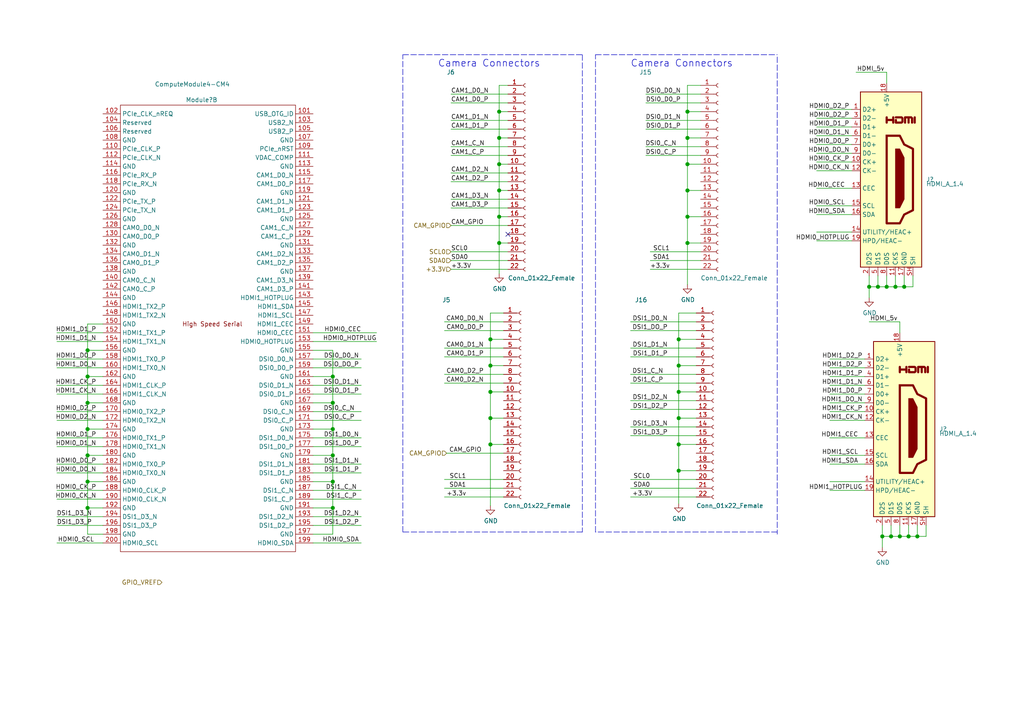
<source format=kicad_sch>
(kicad_sch (version 20201015) (generator eeschema)
  (page 1 4)
  (paper "A4")
  (lib_symbols
    (symbol "Connector:Conn_01x22_Female" (pin_names hide)
      (property "Reference" "J" (at 0 27.94 0))
      (property "Value" "Conn_01x22_Female" (at 0 -30.48 0))
      (symbol "Conn_01x22_Female_1_1"
        (arc (start 0 -27.432) (end 0 -28.448) (radius (at 0 -27.94) (length 0.508) (angles 90.1 -90.1)))
        (arc (start 0 -24.892) (end 0 -25.908) (radius (at 0 -25.4) (length 0.508) (angles 90.1 -90.1)))
        (arc (start 0 -22.352) (end 0 -23.368) (radius (at 0 -22.86) (length 0.508) (angles 90.1 -90.1)))
        (arc (start 0 -19.812) (end 0 -20.828) (radius (at 0 -20.32) (length 0.508) (angles 90.1 -90.1)))
        (arc (start 0 -17.272) (end 0 -18.288) (radius (at 0 -17.78) (length 0.508) (angles 90.1 -90.1)))
        (arc (start 0 -14.732) (end 0 -15.748) (radius (at 0 -15.24) (length 0.508) (angles 90.1 -90.1)))
        (arc (start 0 -12.192) (end 0 -13.208) (radius (at 0 -12.7) (length 0.508) (angles 90.1 -90.1)))
        (arc (start 0 -9.652) (end 0 -10.668) (radius (at 0 -10.16) (length 0.508) (angles 90.1 -90.1)))
        (arc (start 0 -7.112) (end 0 -8.128) (radius (at 0 -7.62) (length 0.508) (angles 90.1 -90.1)))
        (arc (start 0 -4.572) (end 0 -5.588) (radius (at 0 -5.08) (length 0.508) (angles 90.1 -90.1)))
        (arc (start 0 -2.032) (end 0 -3.048) (radius (at 0 -2.54) (length 0.508) (angles 90.1 -90.1)))
        (arc (start 0 0.508) (end 0 -0.508) (radius (at 0 0) (length 0.508) (angles 90.1 -90.1)))
        (arc (start 0 3.048) (end 0 2.032) (radius (at 0 2.54) (length 0.508) (angles 90.1 -90.1)))
        (arc (start 0 5.588) (end 0 4.572) (radius (at 0 5.08) (length 0.508) (angles 90.1 -90.1)))
        (arc (start 0 8.128) (end 0 7.112) (radius (at 0 7.62) (length 0.508) (angles 90.1 -90.1)))
        (arc (start 0 10.668) (end 0 9.652) (radius (at 0 10.16) (length 0.508) (angles 90.1 -90.1)))
        (arc (start 0 13.208) (end 0 12.192) (radius (at 0 12.7) (length 0.508) (angles 90.1 -90.1)))
        (arc (start 0 15.748) (end 0 14.732) (radius (at 0 15.24) (length 0.508) (angles 90.1 -90.1)))
        (arc (start 0 18.288) (end 0 17.272) (radius (at 0 17.78) (length 0.508) (angles 90.1 -90.1)))
        (arc (start 0 20.828) (end 0 19.812) (radius (at 0 20.32) (length 0.508) (angles 90.1 -90.1)))
        (arc (start 0 23.368) (end 0 22.352) (radius (at 0 22.86) (length 0.508) (angles 90.1 -90.1)))
        (arc (start 0 25.908) (end 0 24.892) (radius (at 0 25.4) (length 0.508) (angles 90.1 -90.1)))
        (polyline (pts (xy -1.27 -27.94) (xy -0.508 -27.94)))
        (polyline (pts (xy -1.27 -25.4) (xy -0.508 -25.4)))
        (polyline (pts (xy -1.27 -22.86) (xy -0.508 -22.86)))
        (polyline (pts (xy -1.27 -20.32) (xy -0.508 -20.32)))
        (polyline (pts (xy -1.27 -17.78) (xy -0.508 -17.78)))
        (polyline (pts (xy -1.27 -15.24) (xy -0.508 -15.24)))
        (polyline (pts (xy -1.27 -12.7) (xy -0.508 -12.7)))
        (polyline (pts (xy -1.27 -10.16) (xy -0.508 -10.16)))
        (polyline (pts (xy -1.27 -7.62) (xy -0.508 -7.62)))
        (polyline (pts (xy -1.27 -5.08) (xy -0.508 -5.08)))
        (polyline (pts (xy -1.27 -2.54) (xy -0.508 -2.54)))
        (polyline (pts (xy -1.27 0) (xy -0.508 0)))
        (polyline (pts (xy -1.27 2.54) (xy -0.508 2.54)))
        (polyline (pts (xy -1.27 5.08) (xy -0.508 5.08)))
        (polyline (pts (xy -1.27 7.62) (xy -0.508 7.62)))
        (polyline (pts (xy -1.27 10.16) (xy -0.508 10.16)))
        (polyline (pts (xy -1.27 12.7) (xy -0.508 12.7)))
        (polyline (pts (xy -1.27 15.24) (xy -0.508 15.24)))
        (polyline (pts (xy -1.27 17.78) (xy -0.508 17.78)))
        (polyline (pts (xy -1.27 20.32) (xy -0.508 20.32)))
        (polyline (pts (xy -1.27 22.86) (xy -0.508 22.86)))
        (polyline (pts (xy -1.27 25.4) (xy -0.508 25.4)))
        (pin passive line (at -5.08 25.4 0) (length 3.81) (name "Pin_1") (number "1"))
        (pin passive line (at -5.08 2.54 0) (length 3.81) (name "Pin_10") (number "10"))
        (pin passive line (at -5.08 0 0) (length 3.81) (name "Pin_11") (number "11"))
        (pin passive line (at -5.08 -2.54 0) (length 3.81) (name "Pin_12") (number "12"))
        (pin passive line (at -5.08 -5.08 0) (length 3.81) (name "Pin_13") (number "13"))
        (pin passive line (at -5.08 -7.62 0) (length 3.81) (name "Pin_14") (number "14"))
        (pin passive line (at -5.08 -10.16 0) (length 3.81) (name "Pin_15") (number "15"))
        (pin passive line (at -5.08 -12.7 0) (length 3.81) (name "Pin_16") (number "16"))
        (pin passive line (at -5.08 -15.24 0) (length 3.81) (name "Pin_17") (number "17"))
        (pin passive line (at -5.08 -17.78 0) (length 3.81) (name "Pin_18") (number "18"))
        (pin passive line (at -5.08 -20.32 0) (length 3.81) (name "Pin_19") (number "19"))
        (pin passive line (at -5.08 22.86 0) (length 3.81) (name "Pin_2") (number "2"))
        (pin passive line (at -5.08 -22.86 0) (length 3.81) (name "Pin_20") (number "20"))
        (pin passive line (at -5.08 -25.4 0) (length 3.81) (name "Pin_21") (number "21"))
        (pin passive line (at -5.08 -27.94 0) (length 3.81) (name "Pin_22") (number "22"))
        (pin passive line (at -5.08 20.32 0) (length 3.81) (name "Pin_3") (number "3"))
        (pin passive line (at -5.08 17.78 0) (length 3.81) (name "Pin_4") (number "4"))
        (pin passive line (at -5.08 15.24 0) (length 3.81) (name "Pin_5") (number "5"))
        (pin passive line (at -5.08 12.7 0) (length 3.81) (name "Pin_6") (number "6"))
        (pin passive line (at -5.08 10.16 0) (length 3.81) (name "Pin_7") (number "7"))
        (pin passive line (at -5.08 7.62 0) (length 3.81) (name "Pin_8") (number "8"))
        (pin passive line (at -5.08 5.08 0) (length 3.81) (name "Pin_9") (number "9"))
      )
    )
    (symbol "Connector:HDMI_A_1.4"
      (property "Reference" "J" (at -6.35 26.67 0))
      (property "Value" "HDMI_A_1.4" (at 10.16 26.67 0))
      (symbol "HDMI_A_1.4_0_1"
        (rectangle (start -7.62 25.4) (end 10.16 -25.4) (stroke (width 0.254)) (fill (type background)))
        (polyline (pts (xy 2.54 8.89) (xy 3.81 8.89) (xy 5.08 6.35) (xy 5.08 -5.715) (xy 3.81 -8.255) (xy 2.54 -8.255) (xy 2.54 8.89)) (fill (type outline)))
        (polyline (pts (xy 5.334 16.51) (xy 5.334 18.034) (xy 6.35 18.034) (xy 6.35 16.51) (xy 6.35 18.034) (xy 7.112 18.034) (xy 7.366 17.78) (xy 7.366 16.51)) (stroke (width 0.635)))
        (polyline (pts (xy 0 12.7) (xy 0 -12.7) (xy 3.81 -12.7) (xy 5.08 -10.16) (xy 7.62 -8.89) (xy 7.62 8.89) (xy 5.08 10.16) (xy 3.81 12.7) (xy 0 12.7)) (stroke (width 0.635)))
      )
      (symbol "HDMI_A_1.4_0_0"
        (polyline (pts (xy 8.128 16.51) (xy 8.128 18.034)) (stroke (width 0.635)))
        (polyline (pts (xy 0 16.51) (xy 0 18.034) (xy 0 17.272) (xy 1.905 17.272) (xy 1.905 18.034) (xy 1.905 16.51)) (stroke (width 0.635)))
        (polyline (pts (xy 2.667 18.034) (xy 4.318 18.034) (xy 4.572 17.78) (xy 4.572 16.764) (xy 4.318 16.51) (xy 2.667 16.51) (xy 2.667 17.272)) (stroke (width 0.635)))
      )
      (symbol "HDMI_A_1.4_1_1"
        (pin passive line (at -10.16 20.32 0) (length 2.54) (name "D2+") (number "1"))
        (pin passive line (at -10.16 5.08 0) (length 2.54) (name "CK+") (number "10"))
        (pin power_in line (at 2.54 -27.94 90) (length 2.54) (name "CKS") (number "11"))
        (pin passive line (at -10.16 2.54 0) (length 2.54) (name "CK-") (number "12"))
        (pin bidirectional line (at -10.16 -2.54 0) (length 2.54) (name "CEC") (number "13"))
        (pin passive line (at -10.16 -15.24 0) (length 2.54) (name "UTILITY/HEAC+") (number "14"))
        (pin passive line (at -10.16 -7.62 0) (length 2.54) (name "SCL") (number "15"))
        (pin bidirectional line (at -10.16 -10.16 0) (length 2.54) (name "SDA") (number "16"))
        (pin power_in line (at 5.08 -27.94 90) (length 2.54) (name "GND") (number "17"))
        (pin power_in line (at 0 27.94 270) (length 2.54) (name "+5V") (number "18"))
        (pin passive line (at -10.16 -17.78 0) (length 2.54) (name "HPD/HEAC-") (number "19"))
        (pin power_in line (at -5.08 -27.94 90) (length 2.54) (name "D2S") (number "2"))
        (pin passive line (at -10.16 17.78 0) (length 2.54) (name "D2-") (number "3"))
        (pin passive line (at -10.16 15.24 0) (length 2.54) (name "D1+") (number "4"))
        (pin power_in line (at -2.54 -27.94 90) (length 2.54) (name "D1S") (number "5"))
        (pin passive line (at -10.16 12.7 0) (length 2.54) (name "D1-") (number "6"))
        (pin passive line (at -10.16 10.16 0) (length 2.54) (name "D0+") (number "7"))
        (pin power_in line (at 0 -27.94 90) (length 2.54) (name "D0S") (number "8"))
        (pin passive line (at -10.16 7.62 0) (length 2.54) (name "D0-") (number "9"))
        (pin passive line (at 7.62 -27.94 90) (length 2.54) (name "SH") (number "SH"))
      )
    )
    (symbol "RPI_CM4_video_preview:ComputeModule4-CM4"
      (property "Reference" "Module" (at 113.03 -68.58 0))
      (property "Value" "ComputeModule4-CM4" (at 140.97 2.54 0))
      (property "Field4" "Hirose" (at 0 0 0))
      (property "Field5" "2x DF40C-100DS-0.4V" (at 0 -2.54 0))
      (symbol "ComputeModule4-CM4_1_0"
        (text "GPIO" (at 0 6.35 0) (effects (font (size 1.27 1.27))))
      )
      (symbol "ComputeModule4-CM4_1_1"
        (text "600mA Max" (at -8.89 -53.34 0) (effects (font (size 1.27 1.27))))
        (text "600mA Max" (at -8.89 -48.26 0) (effects (font (size 1.27 1.27))))
        (text "NB SD signals are only available" (at -1.27 -27.94 0) (effects (font (size 1.27 1.27))))
        (text "on modules without eMMC" (at -1.27 -30.48 0) (effects (font (size 1.27 1.27))))
        (rectangle (start -30.48 -71.12) (end 25.4 58.42))
        (pin power_in line (at 27.94 55.88 180) (length 2.54) (name "GND") (number "1"))
        (pin passive line (at -33.02 45.72 0) (length 2.54) (name "Ethernet_Pair0_N") (number "10"))
        (pin output line (at -33.02 -68.58 0) (length 2.54) (name "nEXTRST") (number "100"))
        (pin passive line (at 27.94 43.18 180) (length 2.54) (name "Ethernet_Pair2_P") (number "11"))
        (pin passive line (at -33.02 43.18 0) (length 2.54) (name "Ethernet_Pair0_P") (number "12"))
        (pin power_in line (at 27.94 40.64 180) (length 2.54) (name "GND") (number "13"))
        (pin power_in line (at -33.02 40.64 0) (length 2.54) (name "GND") (number "14"))
        (pin output line (at 27.94 38.1 180) (length 2.54) (name "Ethernet_nLED3(3.3v)") (number "15"))
        (pin input line (at -33.02 38.1 0) (length 2.54) (name "Ethernet_SYNC_IN(1.8v)") (number "16"))
        (pin output line (at 27.94 35.56 180) (length 2.54) (name "Ethernet_nLED2(3.3v)") (number "17"))
        (pin input line (at -33.02 35.56 0) (length 2.54) (name "Ethernet_SYNC_OUT(1.8v)") (number "18"))
        (pin output line (at 27.94 33.02 180) (length 2.54) (name "Ethernet_nLED1(3.3v)") (number "19"))
        (pin power_in line (at -33.02 55.88 0) (length 2.54) (name "GND") (number "2"))
        (pin passive line (at -33.02 33.02 0) (length 2.54) (name "EEPROM_nWP") (number "20"))
        (pin open_collector line (at 27.94 30.48 180) (length 2.54) (name "PI_nLED_Activity") (number "21"))
        (pin power_in line (at -33.02 30.48 0) (length 2.54) (name "GND") (number "22"))
        (pin power_in line (at 27.94 27.94 180) (length 2.54) (name "GND") (number "23"))
        (pin passive line (at -33.02 27.94 0) (length 2.54) (name "GPIO26") (number "24"))
        (pin passive line (at 27.94 25.4 180) (length 2.54) (name "GPIO21") (number "25"))
        (pin passive line (at -33.02 25.4 0) (length 2.54) (name "GPIO19") (number "26"))
        (pin passive line (at 27.94 22.86 180) (length 2.54) (name "GPIO20") (number "27"))
        (pin passive line (at -33.02 22.86 0) (length 2.54) (name "GPIO13") (number "28"))
        (pin passive line (at 27.94 20.32 180) (length 2.54) (name "GPIO16") (number "29"))
        (pin passive line (at 27.94 53.34 180) (length 2.54) (name "Ethernet_Pair3_P") (number "3"))
        (pin passive line (at -33.02 20.32 0) (length 2.54) (name "GPIO6") (number "30"))
        (pin passive line (at 27.94 17.78 180) (length 2.54) (name "GPIO12") (number "31"))
        (pin power_in line (at -33.02 17.78 0) (length 2.54) (name "GND") (number "32"))
        (pin power_in line (at 27.94 15.24 180) (length 2.54) (name "GND") (number "33"))
        (pin passive line (at -33.02 15.24 0) (length 2.54) (name "GPIO5") (number "34"))
        (pin passive line (at 27.94 12.7 180) (length 2.54) (name "ID_SC") (number "35"))
        (pin passive line (at -33.02 12.7 0) (length 2.54) (name "ID_SD") (number "36"))
        (pin passive line (at 27.94 10.16 180) (length 2.54) (name "GPIO7") (number "37"))
        (pin passive line (at -33.02 10.16 0) (length 2.54) (name "GPIO11") (number "38"))
        (pin passive line (at 27.94 7.62 180) (length 2.54) (name "GPIO8") (number "39"))
        (pin passive line (at -33.02 53.34 0) (length 2.54) (name "Ethernet_Pair1_P") (number "4"))
        (pin passive line (at -33.02 7.62 0) (length 2.54) (name "GPIO9") (number "40"))
        (pin passive line (at 27.94 5.08 180) (length 2.54) (name "GPIO25") (number "41"))
        (pin power_in line (at -33.02 5.08 0) (length 2.54) (name "GND") (number "42"))
        (pin power_in line (at 27.94 2.54 180) (length 2.54) (name "GND") (number "43"))
        (pin passive line (at -33.02 2.54 0) (length 2.54) (name "GPIO10") (number "44"))
        (pin passive line (at 27.94 0 180) (length 2.54) (name "GPIO24") (number "45"))
        (pin passive line (at -33.02 0 0) (length 2.54) (name "GPIO22") (number "46"))
        (pin passive line (at 27.94 -2.54 180) (length 2.54) (name "GPIO23") (number "47"))
        (pin passive line (at -33.02 -2.54 0) (length 2.54) (name "GPIO27") (number "48"))
        (pin passive line (at 27.94 -5.08 180) (length 2.54) (name "GPIO18") (number "49"))
        (pin passive line (at 27.94 50.8 180) (length 2.54) (name "Ethernet_Pair3_N") (number "5"))
        (pin passive line (at -33.02 -5.08 0) (length 2.54) (name "GPIO17") (number "50"))
        (pin passive line (at 27.94 -7.62 180) (length 2.54) (name "GPIO15") (number "51"))
        (pin power_in line (at -33.02 -7.62 0) (length 2.54) (name "GND") (number "52"))
        (pin power_in line (at 27.94 -10.16 180) (length 2.54) (name "GND") (number "53"))
        (pin passive line (at -33.02 -10.16 0) (length 2.54) (name "GPIO4") (number "54"))
        (pin passive line (at 27.94 -12.7 180) (length 2.54) (name "GPIO14") (number "55"))
        (pin passive line (at -33.02 -12.7 0) (length 2.54) (name "GPIO3") (number "56"))
        (pin passive line (at 27.94 -15.24 180) (length 2.54) (name "SD_CLK") (number "57"))
        (pin passive line (at -33.02 -15.24 0) (length 2.54) (name "GPIO2") (number "58"))
        (pin power_in line (at 27.94 -17.78 180) (length 2.54) (name "GND") (number "59"))
        (pin passive line (at -33.02 50.8 0) (length 2.54) (name "Ethernet_Pair1_N") (number "6"))
        (pin power_in line (at -33.02 -17.78 0) (length 2.54) (name "GND") (number "60"))
        (pin passive line (at 27.94 -20.32 180) (length 2.54) (name "SD_DAT3") (number "61"))
        (pin passive line (at -33.02 -20.32 0) (length 2.54) (name "SD_CMD") (number "62"))
        (pin passive line (at 27.94 -22.86 180) (length 2.54) (name "SD_DAT0") (number "63"))
        (pin passive line (at -33.02 -22.86 0) (length 2.54) (name "SD_DAT5") (number "64"))
        (pin power_in line (at 27.94 -25.4 180) (length 2.54) (name "GND") (number "65"))
        (pin power_in line (at -33.02 -25.4 0) (length 2.54) (name "GND") (number "66"))
        (pin passive line (at 27.94 -27.94 180) (length 2.54) (name "SD_DAT1") (number "67"))
        (pin passive line (at -33.02 -27.94 0) (length 2.54) (name "SD_DAT4") (number "68"))
        (pin passive line (at 27.94 -30.48 180) (length 2.54) (name "SD_DAT2") (number "69"))
        (pin power_in line (at 27.94 48.26 180) (length 2.54) (name "GND") (number "7"))
        (pin passive line (at -33.02 -30.48 0) (length 2.54) (name "SD_DAT7") (number "70"))
        (pin power_in line (at 27.94 -33.02 180) (length 2.54) (name "GND") (number "71"))
        (pin passive line (at -33.02 -33.02 0) (length 2.54) (name "SD_DAT6") (number "72"))
        (pin input line (at 27.94 -35.56 180) (length 2.54) (name "SD_VDD_Override") (number "73"))
        (pin power_in line (at -33.02 -35.56 0) (length 2.54) (name "GND") (number "74"))
        (pin output line (at 27.94 -38.1 180) (length 2.54) (name "SD_PWR_ON") (number "75"))
        (pin passive line (at -33.02 -38.1 0) (length 2.54) (name "Reserved") (number "76"))
        (pin power_in line (at 27.94 -40.64 180) (length 2.54) (name "+5v_(Input)") (number "77"))
        (pin power_in line (at -33.02 -40.64 0) (length 2.54) (name "GPIO_VREF(1.8v/3.3v_Input)") (number "78"))
        (pin power_in line (at 27.94 -43.18 180) (length 2.54) (name "+5v_(Input)") (number "79"))
        (pin power_in line (at -33.02 48.26 0) (length 2.54) (name "GND") (number "8"))
        (pin passive line (at -33.02 -43.18 0) (length 2.54) (name "SCL0") (number "80"))
        (pin power_in line (at 27.94 -45.72 180) (length 2.54) (name "+5v_(Input)") (number "81"))
        (pin passive line (at -33.02 -45.72 0) (length 2.54) (name "SDA0") (number "82"))
        (pin power_in line (at 27.94 -48.26 180) (length 2.54) (name "+5v_(Input)") (number "83"))
        (pin power_out line (at -33.02 -48.26 0) (length 2.54) (name "+3.3v_(Output)") (number "84"))
        (pin power_in line (at 27.94 -50.8 180) (length 2.54) (name "+5v_(Input)") (number "85"))
        (pin power_out line (at -33.02 -50.8 0) (length 2.54) (name "+3.3v_(Output)") (number "86"))
        (pin power_in line (at 27.94 -53.34 180) (length 2.54) (name "+5v_(Input)") (number "87"))
        (pin power_out line (at -33.02 -53.34 0) (length 2.54) (name "+1.8v_(Output)") (number "88"))
        (pin power_in line (at 27.94 -55.88 180) (length 2.54) (name "WiFi_nDisable") (number "89"))
        (pin passive line (at 27.94 45.72 180) (length 2.54) (name "Ethernet_Pair2_N") (number "9"))
        (pin power_out line (at -33.02 -55.88 0) (length 2.54) (name "+1.8v_(Output)") (number "90"))
        (pin power_in line (at 27.94 -58.42 180) (length 2.54) (name "BT_nDisable") (number "91"))
        (pin passive line (at -33.02 -58.42 0) (length 2.54) (name "RUN_PG") (number "92"))
        (pin input line (at 27.94 -60.96 180) (length 2.54) (name "nRPIBOOT") (number "93"))
        (pin passive line (at -33.02 -60.96 0) (length 2.54) (name "AnalogIP0") (number "94"))
        (pin output line (at 27.94 -63.5 180) (length 2.54) (name "nPI_LED_PWR") (number "95"))
        (pin passive line (at -33.02 -63.5 0) (length 2.54) (name "AnalogIP1") (number "96"))
        (pin passive line (at 27.94 -66.04 180) (length 2.54) (name "Camera_GPIO") (number "97"))
        (pin power_in line (at -33.02 -66.04 0) (length 2.54) (name "GND") (number "98"))
        (pin input line (at 27.94 -68.58 180) (length 2.54) (name "Global_EN") (number "99"))
      )
      (symbol "ComputeModule4-CM4_2_1"
        (text "High Speed Serial" (at 140.97 0 0) (effects (font (size 1.27 1.27))))
        (rectangle (start 114.3 -66.04) (end 165.1 63.5))
        (pin input line (at 170.18 60.96 180) (length 5.08) (name "USB_OTG_ID") (number "101"))
        (pin input line (at 109.22 60.96 0) (length 5.08) (name "PCIe_CLK_nREQ") (number "102"))
        (pin passive line (at 170.18 58.42 180) (length 5.08) (name "USB2_N") (number "103"))
        (pin passive line (at 109.22 58.42 0) (length 5.08) (name "Reserved") (number "104"))
        (pin passive line (at 170.18 55.88 180) (length 5.08) (name "USB2_P") (number "105"))
        (pin passive line (at 109.22 55.88 0) (length 5.08) (name "Reserved") (number "106"))
        (pin power_in line (at 170.18 53.34 180) (length 5.08) (name "GND") (number "107"))
        (pin power_in line (at 109.22 53.34 0) (length 5.08) (name "GND") (number "108"))
        (pin bidirectional line (at 170.18 50.8 180) (length 5.08) (name "PCIe_nRST") (number "109"))
        (pin output line (at 109.22 50.8 0) (length 5.08) (name "PCIe_CLK_P") (number "110"))
        (pin passive line (at 170.18 48.26 180) (length 5.08) (name "VDAC_COMP") (number "111"))
        (pin output line (at 109.22 48.26 0) (length 5.08) (name "PCIe_CLK_N") (number "112"))
        (pin power_in line (at 170.18 45.72 180) (length 5.08) (name "GND") (number "113"))
        (pin power_in line (at 109.22 45.72 0) (length 5.08) (name "GND") (number "114"))
        (pin input line (at 170.18 43.18 180) (length 5.08) (name "CAM1_D0_N") (number "115"))
        (pin input line (at 109.22 43.18 0) (length 5.08) (name "PCIe_RX_P") (number "116"))
        (pin input line (at 170.18 40.64 180) (length 5.08) (name "CAM1_D0_P") (number "117"))
        (pin input line (at 109.22 40.64 0) (length 5.08) (name "PCIe_RX_N") (number "118"))
        (pin power_in line (at 170.18 38.1 180) (length 5.08) (name "GND") (number "119"))
        (pin power_in line (at 109.22 38.1 0) (length 5.08) (name "GND") (number "120"))
        (pin input line (at 170.18 35.56 180) (length 5.08) (name "CAM1_D1_N") (number "121"))
        (pin output line (at 109.22 35.56 0) (length 5.08) (name "PCIe_TX_P") (number "122"))
        (pin input line (at 170.18 33.02 180) (length 5.08) (name "CAM1_D1_P") (number "123"))
        (pin output line (at 109.22 33.02 0) (length 5.08) (name "PCIe_TX_N") (number "124"))
        (pin power_in line (at 170.18 30.48 180) (length 5.08) (name "GND") (number "125"))
        (pin power_in line (at 109.22 30.48 0) (length 5.08) (name "GND") (number "126"))
        (pin input line (at 170.18 27.94 180) (length 5.08) (name "CAM1_C_N") (number "127"))
        (pin input line (at 109.22 27.94 0) (length 5.08) (name "CAM0_D0_N") (number "128"))
        (pin input line (at 170.18 25.4 180) (length 5.08) (name "CAM1_C_P") (number "129"))
        (pin input line (at 109.22 25.4 0) (length 5.08) (name "CAM0_D0_P") (number "130"))
        (pin power_in line (at 170.18 22.86 180) (length 5.08) (name "GND") (number "131"))
        (pin power_in line (at 109.22 22.86 0) (length 5.08) (name "GND") (number "132"))
        (pin input line (at 170.18 20.32 180) (length 5.08) (name "CAM1_D2_N") (number "133"))
        (pin input line (at 109.22 20.32 0) (length 5.08) (name "CAM0_D1_N") (number "134"))
        (pin input line (at 170.18 17.78 180) (length 5.08) (name "CAM1_D2_P") (number "135"))
        (pin input line (at 109.22 17.78 0) (length 5.08) (name "CAM0_D1_P") (number "136"))
        (pin power_in line (at 170.18 15.24 180) (length 5.08) (name "GND") (number "137"))
        (pin power_in line (at 109.22 15.24 0) (length 5.08) (name "GND") (number "138"))
        (pin input line (at 170.18 12.7 180) (length 5.08) (name "CAM1_D3_N") (number "139"))
        (pin input line (at 109.22 12.7 0) (length 5.08) (name "CAM0_C_N") (number "140"))
        (pin input line (at 170.18 10.16 180) (length 5.08) (name "CAM1_D3_P") (number "141"))
        (pin input line (at 109.22 10.16 0) (length 5.08) (name "CAM0_C_P") (number "142"))
        (pin input line (at 170.18 7.62 180) (length 5.08) (name "HDMI1_HOTPLUG") (number "143"))
        (pin power_in line (at 109.22 7.62 0) (length 5.08) (name "GND") (number "144"))
        (pin bidirectional line (at 170.18 5.08 180) (length 5.08) (name "HDMI1_SDA") (number "145"))
        (pin output line (at 109.22 5.08 0) (length 5.08) (name "HDMI1_TX2_P") (number "146"))
        (pin open_collector line (at 170.18 2.54 180) (length 5.08) (name "HDMI1_SCL") (number "147"))
        (pin output line (at 109.22 2.54 0) (length 5.08) (name "HDMI1_TX2_N") (number "148"))
        (pin open_collector line (at 170.18 0 180) (length 5.08) (name "HDMI1_CEC") (number "149"))
        (pin power_in line (at 109.22 0 0) (length 5.08) (name "GND") (number "150"))
        (pin open_collector line (at 170.18 -2.54 180) (length 5.08) (name "HDMI0_CEC") (number "151"))
        (pin output line (at 109.22 -2.54 0) (length 5.08) (name "HDMI1_TX1_P") (number "152"))
        (pin input line (at 170.18 -5.08 180) (length 5.08) (name "HDMI0_HOTPLUG") (number "153"))
        (pin output line (at 109.22 -5.08 0) (length 5.08) (name "HDMI1_TX1_N") (number "154"))
        (pin power_in line (at 170.18 -7.62 180) (length 5.08) (name "GND") (number "155"))
        (pin power_in line (at 109.22 -7.62 0) (length 5.08) (name "GND") (number "156"))
        (pin output line (at 170.18 -10.16 180) (length 5.08) (name "DSI0_D0_N") (number "157"))
        (pin output line (at 109.22 -10.16 0) (length 5.08) (name "HDMI1_TX0_P") (number "158"))
        (pin output line (at 170.18 -12.7 180) (length 5.08) (name "DSI0_D0_P") (number "159"))
        (pin output line (at 109.22 -12.7 0) (length 5.08) (name "HDMI1_TX0_N") (number "160"))
        (pin power_in line (at 170.18 -15.24 180) (length 5.08) (name "GND") (number "161"))
        (pin power_in line (at 109.22 -15.24 0) (length 5.08) (name "GND") (number "162"))
        (pin output line (at 170.18 -17.78 180) (length 5.08) (name "DSI0_D1_N") (number "163"))
        (pin output line (at 109.22 -17.78 0) (length 5.08) (name "HDMI1_CLK_P") (number "164"))
        (pin output line (at 170.18 -20.32 180) (length 5.08) (name "DSI0_D1_P") (number "165"))
        (pin output line (at 109.22 -20.32 0) (length 5.08) (name "HDMI1_CLK_N") (number "166"))
        (pin power_in line (at 170.18 -22.86 180) (length 5.08) (name "GND") (number "167"))
        (pin power_in line (at 109.22 -22.86 0) (length 5.08) (name "GND") (number "168"))
        (pin output line (at 170.18 -25.4 180) (length 5.08) (name "DSI0_C_N") (number "169"))
        (pin output line (at 109.22 -25.4 0) (length 5.08) (name "HDMI0_TX2_P") (number "170"))
        (pin output line (at 170.18 -27.94 180) (length 5.08) (name "DSI0_C_P") (number "171"))
        (pin output line (at 109.22 -27.94 0) (length 5.08) (name "HDMI0_TX2_N") (number "172"))
        (pin power_in line (at 170.18 -30.48 180) (length 5.08) (name "GND") (number "173"))
        (pin power_in line (at 109.22 -30.48 0) (length 5.08) (name "GND") (number "174"))
        (pin output line (at 170.18 -33.02 180) (length 5.08) (name "DSI1_D0_N") (number "175"))
        (pin output line (at 109.22 -33.02 0) (length 5.08) (name "HDMI0_TX1_P") (number "176"))
        (pin output line (at 170.18 -35.56 180) (length 5.08) (name "DSI1_D0_P") (number "177"))
        (pin output line (at 109.22 -35.56 0) (length 5.08) (name "HDMI0_TX1_N") (number "178"))
        (pin power_in line (at 170.18 -38.1 180) (length 5.08) (name "GND") (number "179"))
        (pin power_in line (at 109.22 -38.1 0) (length 5.08) (name "GND") (number "180"))
        (pin output line (at 170.18 -40.64 180) (length 5.08) (name "DSI1_D1_N") (number "181"))
        (pin output line (at 109.22 -40.64 0) (length 5.08) (name "HDMI0_TX0_P") (number "182"))
        (pin output line (at 170.18 -43.18 180) (length 5.08) (name "DSI1_D1_P") (number "183"))
        (pin output line (at 109.22 -43.18 0) (length 5.08) (name "HDMI0_TX0_N") (number "184"))
        (pin power_in line (at 170.18 -45.72 180) (length 5.08) (name "GND") (number "185"))
        (pin power_in line (at 109.22 -45.72 0) (length 5.08) (name "GND") (number "186"))
        (pin output line (at 170.18 -48.26 180) (length 5.08) (name "DSI1_C_N") (number "187"))
        (pin output line (at 109.22 -48.26 0) (length 5.08) (name "HDMI0_CLK_P") (number "188"))
        (pin output line (at 170.18 -50.8 180) (length 5.08) (name "DSI1_C_P") (number "189"))
        (pin output line (at 109.22 -50.8 0) (length 5.08) (name "HDMI0_CLK_N") (number "190"))
        (pin power_in line (at 170.18 -53.34 180) (length 5.08) (name "GND") (number "191"))
        (pin power_in line (at 109.22 -53.34 0) (length 5.08) (name "GND") (number "192"))
        (pin output line (at 170.18 -55.88 180) (length 5.08) (name "DSI1_D2_N") (number "193"))
        (pin output line (at 109.22 -55.88 0) (length 5.08) (name "DSI1_D3_N") (number "194"))
        (pin output line (at 170.18 -58.42 180) (length 5.08) (name "DSI1_D2_P") (number "195"))
        (pin output line (at 109.22 -58.42 0) (length 5.08) (name "DSI1_D3_P") (number "196"))
        (pin power_in line (at 170.18 -60.96 180) (length 5.08) (name "GND") (number "197"))
        (pin power_in line (at 109.22 -60.96 0) (length 5.08) (name "GND") (number "198"))
        (pin bidirectional line (at 170.18 -63.5 180) (length 5.08) (name "HDMI0_SDA") (number "199"))
        (pin open_collector line (at 109.22 -63.5 0) (length 5.08) (name "HDMI0_SCL") (number "200"))
      )
    )
    (symbol "power:GND" (power) (pin_names (offset 0))
      (property "Value" "GND" (at 0 -3.81 0))
      (symbol "GND_0_1"
        (polyline (pts (xy 0 0) (xy 0 -1.27) (xy 1.27 -1.27) (xy 0 -2.54) (xy -1.27 -1.27) (xy 0 -1.27)))
      )
      (symbol "GND_1_1"
        (pin power_in line (at 0 0 270) (length 0) hide (name "GND") (number "1"))
      )
    )
  )
  (junction (at 25.4 101.6) (diameter 1.016))
  (junction (at 25.4 109.22) (diameter 1.016))
  (junction (at 25.4 116.84) (diameter 1.016))
  (junction (at 25.4 124.46) (diameter 1.016))
  (junction (at 25.4 132.08) (diameter 1.016))
  (junction (at 25.4 139.7) (diameter 1.016))
  (junction (at 25.4 147.32) (diameter 1.016))
  (junction (at 96.52 109.22) (diameter 1.016))
  (junction (at 96.52 116.84) (diameter 1.016))
  (junction (at 96.52 124.46) (diameter 1.016))
  (junction (at 96.52 132.08) (diameter 1.016))
  (junction (at 96.52 139.7) (diameter 1.016))
  (junction (at 96.52 147.32) (diameter 1.016))
  (junction (at 142.24 98.425) (diameter 1.016))
  (junction (at 142.24 106.045) (diameter 1.016))
  (junction (at 142.24 113.665) (diameter 1.016))
  (junction (at 142.24 121.285) (diameter 1.016))
  (junction (at 142.24 128.905) (diameter 1.016))
  (junction (at 144.78 32.385) (diameter 1.016))
  (junction (at 144.78 40.005) (diameter 1.016))
  (junction (at 144.78 47.625) (diameter 1.016))
  (junction (at 144.78 55.245) (diameter 1.016))
  (junction (at 144.78 62.865) (diameter 1.016))
  (junction (at 144.78 70.485) (diameter 1.016))
  (junction (at 196.85 98.425) (diameter 1.016))
  (junction (at 196.85 106.045) (diameter 1.016))
  (junction (at 196.85 113.665) (diameter 1.016))
  (junction (at 196.85 121.285) (diameter 1.016))
  (junction (at 196.85 128.905) (diameter 1.016))
  (junction (at 196.85 136.525) (diameter 1.016))
  (junction (at 199.39 32.385) (diameter 1.016))
  (junction (at 199.39 40.005) (diameter 1.016))
  (junction (at 199.39 47.625) (diameter 1.016))
  (junction (at 199.39 55.245) (diameter 1.016))
  (junction (at 199.39 62.865) (diameter 1.016))
  (junction (at 199.39 70.485) (diameter 1.016))
  (junction (at 252.095 83.185) (diameter 1.016))
  (junction (at 254.635 83.185) (diameter 1.016))
  (junction (at 255.905 155.575) (diameter 1.016))
  (junction (at 257.175 83.185) (diameter 1.016))
  (junction (at 258.445 155.575) (diameter 1.016))
  (junction (at 259.715 83.185) (diameter 1.016))
  (junction (at 260.985 155.575) (diameter 1.016))
  (junction (at 262.255 83.185) (diameter 1.016))
  (junction (at 263.525 155.575) (diameter 1.016))
  (junction (at 266.065 155.575) (diameter 1.016))
  (no_connect (at 147.32 67.945))
  (wire (pts (xy 16.51 96.52) (xy 29.845 96.52)))
  (wire (pts (xy 16.51 99.06) (xy 29.845 99.06)))
  (wire (pts (xy 16.51 104.14) (xy 29.845 104.14)))
  (wire (pts (xy 16.51 106.68) (xy 29.845 106.68)))
  (wire (pts (xy 16.51 111.76) (xy 29.845 111.76)))
  (wire (pts (xy 16.51 114.3) (xy 29.845 114.3)))
  (wire (pts (xy 16.51 119.38) (xy 29.845 119.38)))
  (wire (pts (xy 16.51 121.92) (xy 29.845 121.92)))
  (wire (pts (xy 16.51 127) (xy 29.845 127)))
  (wire (pts (xy 16.51 129.54) (xy 29.845 129.54)))
  (wire (pts (xy 16.51 134.62) (xy 29.845 134.62)))
  (wire (pts (xy 16.51 137.16) (xy 29.845 137.16)))
  (wire (pts (xy 16.51 142.24) (xy 29.845 142.24)))
  (wire (pts (xy 16.51 144.78) (xy 29.845 144.78)))
  (wire (pts (xy 16.51 149.86) (xy 29.845 149.86)))
  (wire (pts (xy 16.51 152.4) (xy 29.845 152.4)))
  (wire (pts (xy 16.51 157.48) (xy 29.845 157.48)))
  (wire (pts (xy 25.4 93.98) (xy 25.4 101.6)))
  (wire (pts (xy 25.4 101.6) (xy 25.4 109.22)))
  (wire (pts (xy 25.4 109.22) (xy 25.4 116.84)))
  (wire (pts (xy 25.4 116.84) (xy 25.4 124.46)))
  (wire (pts (xy 25.4 124.46) (xy 25.4 132.08)))
  (wire (pts (xy 25.4 132.08) (xy 25.4 139.7)))
  (wire (pts (xy 25.4 139.7) (xy 25.4 147.32)))
  (wire (pts (xy 25.4 147.32) (xy 29.845 147.32)))
  (wire (pts (xy 25.4 154.94) (xy 25.4 147.32)))
  (wire (pts (xy 29.845 93.98) (xy 25.4 93.98)))
  (wire (pts (xy 29.845 101.6) (xy 25.4 101.6)))
  (wire (pts (xy 29.845 109.22) (xy 25.4 109.22)))
  (wire (pts (xy 29.845 116.84) (xy 25.4 116.84)))
  (wire (pts (xy 29.845 124.46) (xy 25.4 124.46)))
  (wire (pts (xy 29.845 132.08) (xy 25.4 132.08)))
  (wire (pts (xy 29.845 139.7) (xy 25.4 139.7)))
  (wire (pts (xy 29.845 154.94) (xy 25.4 154.94)))
  (wire (pts (xy 90.805 96.52) (xy 109.22 96.52)))
  (wire (pts (xy 90.805 99.06) (xy 109.22 99.06)))
  (wire (pts (xy 90.805 101.6) (xy 96.52 101.6)))
  (wire (pts (xy 90.805 104.14) (xy 104.775 104.14)))
  (wire (pts (xy 90.805 106.68) (xy 104.775 106.68)))
  (wire (pts (xy 90.805 109.22) (xy 96.52 109.22)))
  (wire (pts (xy 90.805 111.76) (xy 104.775 111.76)))
  (wire (pts (xy 90.805 114.3) (xy 104.775 114.3)))
  (wire (pts (xy 90.805 116.84) (xy 96.52 116.84)))
  (wire (pts (xy 90.805 119.38) (xy 104.775 119.38)))
  (wire (pts (xy 90.805 121.92) (xy 104.775 121.92)))
  (wire (pts (xy 90.805 124.46) (xy 96.52 124.46)))
  (wire (pts (xy 90.805 127) (xy 104.775 127)))
  (wire (pts (xy 90.805 129.54) (xy 104.775 129.54)))
  (wire (pts (xy 90.805 132.08) (xy 96.52 132.08)))
  (wire (pts (xy 90.805 134.62) (xy 104.775 134.62)))
  (wire (pts (xy 90.805 137.16) (xy 104.775 137.16)))
  (wire (pts (xy 90.805 139.7) (xy 96.52 139.7)))
  (wire (pts (xy 90.805 142.24) (xy 104.775 142.24)))
  (wire (pts (xy 90.805 144.78) (xy 104.775 144.78)))
  (wire (pts (xy 90.805 147.32) (xy 96.52 147.32)))
  (wire (pts (xy 90.805 149.86) (xy 104.775 149.86)))
  (wire (pts (xy 90.805 152.4) (xy 104.775 152.4)))
  (wire (pts (xy 90.805 154.94) (xy 96.52 154.94)))
  (wire (pts (xy 90.805 157.48) (xy 104.775 157.48)))
  (wire (pts (xy 96.52 101.6) (xy 96.52 109.22)))
  (wire (pts (xy 96.52 116.84) (xy 96.52 109.22)))
  (wire (pts (xy 96.52 124.46) (xy 96.52 116.84)))
  (wire (pts (xy 96.52 132.08) (xy 96.52 124.46)))
  (wire (pts (xy 96.52 139.7) (xy 96.52 132.08)))
  (wire (pts (xy 96.52 147.32) (xy 96.52 139.7)))
  (wire (pts (xy 96.52 154.94) (xy 96.52 147.32)))
  (wire (pts (xy 128.905 93.345) (xy 146.05 93.345)))
  (wire (pts (xy 128.905 95.885) (xy 146.05 95.885)))
  (wire (pts (xy 128.905 100.965) (xy 146.05 100.965)))
  (wire (pts (xy 128.905 103.505) (xy 146.05 103.505)))
  (wire (pts (xy 128.905 108.585) (xy 146.05 108.585)))
  (wire (pts (xy 128.905 111.125) (xy 146.05 111.125)))
  (wire (pts (xy 128.905 139.065) (xy 146.05 139.065)))
  (wire (pts (xy 128.905 141.605) (xy 146.05 141.605)))
  (wire (pts (xy 128.905 144.145) (xy 146.05 144.145)))
  (wire (pts (xy 129.54 131.445) (xy 146.05 131.445)))
  (wire (pts (xy 130.81 27.305) (xy 147.32 27.305)))
  (wire (pts (xy 130.81 29.845) (xy 147.32 29.845)))
  (wire (pts (xy 130.81 34.925) (xy 147.32 34.925)))
  (wire (pts (xy 130.81 37.465) (xy 147.32 37.465)))
  (wire (pts (xy 130.81 42.545) (xy 147.32 42.545)))
  (wire (pts (xy 130.81 45.085) (xy 147.32 45.085)))
  (wire (pts (xy 130.81 50.165) (xy 147.32 50.165)))
  (wire (pts (xy 130.81 52.705) (xy 147.32 52.705)))
  (wire (pts (xy 130.81 57.785) (xy 147.32 57.785)))
  (wire (pts (xy 130.81 60.325) (xy 147.32 60.325)))
  (wire (pts (xy 130.81 65.405) (xy 147.32 65.405)))
  (wire (pts (xy 142.24 90.805) (xy 142.24 98.425)))
  (wire (pts (xy 142.24 98.425) (xy 142.24 106.045)))
  (wire (pts (xy 142.24 98.425) (xy 146.05 98.425)))
  (wire (pts (xy 142.24 106.045) (xy 142.24 113.665)))
  (wire (pts (xy 142.24 106.045) (xy 146.05 106.045)))
  (wire (pts (xy 142.24 113.665) (xy 142.24 121.285)))
  (wire (pts (xy 142.24 113.665) (xy 146.05 113.665)))
  (wire (pts (xy 142.24 121.285) (xy 142.24 128.905)))
  (wire (pts (xy 142.24 121.285) (xy 146.05 121.285)))
  (wire (pts (xy 142.24 128.905) (xy 142.24 146.685)))
  (wire (pts (xy 142.24 128.905) (xy 146.05 128.905)))
  (wire (pts (xy 144.78 24.765) (xy 144.78 32.385)))
  (wire (pts (xy 144.78 32.385) (xy 144.78 40.005)))
  (wire (pts (xy 144.78 32.385) (xy 147.32 32.385)))
  (wire (pts (xy 144.78 40.005) (xy 144.78 47.625)))
  (wire (pts (xy 144.78 40.005) (xy 147.32 40.005)))
  (wire (pts (xy 144.78 47.625) (xy 144.78 55.245)))
  (wire (pts (xy 144.78 47.625) (xy 147.32 47.625)))
  (wire (pts (xy 144.78 55.245) (xy 144.78 62.865)))
  (wire (pts (xy 144.78 55.245) (xy 147.32 55.245)))
  (wire (pts (xy 144.78 62.865) (xy 144.78 70.485)))
  (wire (pts (xy 144.78 62.865) (xy 147.32 62.865)))
  (wire (pts (xy 144.78 70.485) (xy 144.78 79.375)))
  (wire (pts (xy 144.78 70.485) (xy 147.32 70.485)))
  (wire (pts (xy 146.05 90.805) (xy 142.24 90.805)))
  (wire (pts (xy 147.32 24.765) (xy 144.78 24.765)))
  (wire (pts (xy 147.32 73.025) (xy 130.81 73.025)))
  (wire (pts (xy 147.32 75.565) (xy 130.81 75.565)))
  (wire (pts (xy 147.32 78.105) (xy 130.81 78.105)))
  (wire (pts (xy 182.88 93.345) (xy 201.93 93.345)))
  (wire (pts (xy 182.88 95.885) (xy 201.93 95.885)))
  (wire (pts (xy 182.88 100.965) (xy 201.93 100.965)))
  (wire (pts (xy 182.88 103.505) (xy 201.93 103.505)))
  (wire (pts (xy 182.88 108.585) (xy 201.93 108.585)))
  (wire (pts (xy 182.88 111.125) (xy 201.93 111.125)))
  (wire (pts (xy 182.88 116.205) (xy 201.93 116.205)))
  (wire (pts (xy 182.88 118.745) (xy 201.93 118.745)))
  (wire (pts (xy 182.88 123.825) (xy 201.93 123.825)))
  (wire (pts (xy 182.88 126.365) (xy 201.93 126.365)))
  (wire (pts (xy 182.88 139.065) (xy 201.93 139.065)))
  (wire (pts (xy 182.88 141.605) (xy 201.93 141.605)))
  (wire (pts (xy 182.88 144.145) (xy 201.93 144.145)))
  (wire (pts (xy 187.325 27.305) (xy 203.2 27.305)))
  (wire (pts (xy 187.325 29.845) (xy 203.2 29.845)))
  (wire (pts (xy 187.325 34.925) (xy 203.2 34.925)))
  (wire (pts (xy 187.325 37.465) (xy 203.2 37.465)))
  (wire (pts (xy 187.325 42.545) (xy 203.2 42.545)))
  (wire (pts (xy 187.325 45.085) (xy 203.2 45.085)))
  (wire (pts (xy 188.595 73.025) (xy 203.2 73.025)))
  (wire (pts (xy 188.595 75.565) (xy 203.2 75.565)))
  (wire (pts (xy 188.595 78.105) (xy 203.2 78.105)))
  (wire (pts (xy 196.85 90.805) (xy 196.85 98.425)))
  (wire (pts (xy 196.85 98.425) (xy 196.85 106.045)))
  (wire (pts (xy 196.85 98.425) (xy 201.93 98.425)))
  (wire (pts (xy 196.85 106.045) (xy 196.85 113.665)))
  (wire (pts (xy 196.85 106.045) (xy 201.93 106.045)))
  (wire (pts (xy 196.85 113.665) (xy 196.85 121.285)))
  (wire (pts (xy 196.85 121.285) (xy 196.85 128.905)))
  (wire (pts (xy 196.85 121.285) (xy 201.93 121.285)))
  (wire (pts (xy 196.85 128.905) (xy 196.85 136.525)))
  (wire (pts (xy 196.85 128.905) (xy 201.93 128.905)))
  (wire (pts (xy 196.85 136.525) (xy 196.85 146.05)))
  (wire (pts (xy 196.85 136.525) (xy 201.93 136.525)))
  (wire (pts (xy 199.39 24.765) (xy 199.39 32.385)))
  (wire (pts (xy 199.39 32.385) (xy 199.39 40.005)))
  (wire (pts (xy 199.39 32.385) (xy 203.2 32.385)))
  (wire (pts (xy 199.39 40.005) (xy 199.39 47.625)))
  (wire (pts (xy 199.39 47.625) (xy 199.39 55.245)))
  (wire (pts (xy 199.39 55.245) (xy 199.39 62.865)))
  (wire (pts (xy 199.39 55.245) (xy 203.2 55.245)))
  (wire (pts (xy 199.39 62.865) (xy 199.39 70.485)))
  (wire (pts (xy 199.39 70.485) (xy 199.39 82.55)))
  (wire (pts (xy 199.39 70.485) (xy 203.2 70.485)))
  (wire (pts (xy 201.93 90.805) (xy 196.85 90.805)))
  (wire (pts (xy 201.93 113.665) (xy 196.85 113.665)))
  (wire (pts (xy 203.2 24.765) (xy 199.39 24.765)))
  (wire (pts (xy 203.2 40.005) (xy 199.39 40.005)))
  (wire (pts (xy 203.2 47.625) (xy 199.39 47.625)))
  (wire (pts (xy 203.2 62.865) (xy 199.39 62.865)))
  (wire (pts (xy 236.855 31.75) (xy 247.015 31.75)))
  (wire (pts (xy 236.855 34.29) (xy 247.015 34.29)))
  (wire (pts (xy 236.855 36.83) (xy 247.015 36.83)))
  (wire (pts (xy 236.855 39.37) (xy 247.015 39.37)))
  (wire (pts (xy 236.855 41.91) (xy 247.015 41.91)))
  (wire (pts (xy 236.855 44.45) (xy 247.015 44.45)))
  (wire (pts (xy 236.855 46.99) (xy 247.015 46.99)))
  (wire (pts (xy 236.855 49.53) (xy 247.015 49.53)))
  (wire (pts (xy 236.855 54.61) (xy 247.015 54.61)))
  (wire (pts (xy 236.855 59.69) (xy 247.015 59.69)))
  (wire (pts (xy 236.855 62.23) (xy 247.015 62.23)))
  (wire (pts (xy 236.855 67.31) (xy 247.015 67.31)))
  (wire (pts (xy 236.855 69.85) (xy 247.015 69.85)))
  (wire (pts (xy 240.665 104.14) (xy 250.825 104.14)))
  (wire (pts (xy 240.665 106.68) (xy 250.825 106.68)))
  (wire (pts (xy 240.665 109.22) (xy 250.825 109.22)))
  (wire (pts (xy 240.665 111.76) (xy 250.825 111.76)))
  (wire (pts (xy 240.665 114.3) (xy 250.825 114.3)))
  (wire (pts (xy 240.665 116.84) (xy 250.825 116.84)))
  (wire (pts (xy 240.665 119.38) (xy 250.825 119.38)))
  (wire (pts (xy 240.665 121.92) (xy 250.825 121.92)))
  (wire (pts (xy 240.665 127) (xy 250.825 127)))
  (wire (pts (xy 240.665 132.08) (xy 250.825 132.08)))
  (wire (pts (xy 240.665 134.62) (xy 250.825 134.62)))
  (wire (pts (xy 240.665 139.7) (xy 250.825 139.7)))
  (wire (pts (xy 240.665 142.24) (xy 250.825 142.24)))
  (wire (pts (xy 248.285 20.955) (xy 257.175 20.955)))
  (wire (pts (xy 252.095 80.01) (xy 252.095 83.185)))
  (wire (pts (xy 252.095 83.185) (xy 252.095 86.36)))
  (wire (pts (xy 252.095 93.345) (xy 260.985 93.345)))
  (wire (pts (xy 254.635 80.01) (xy 254.635 83.185)))
  (wire (pts (xy 254.635 83.185) (xy 252.095 83.185)))
  (wire (pts (xy 255.905 152.4) (xy 255.905 155.575)))
  (wire (pts (xy 255.905 155.575) (xy 255.905 158.75)))
  (wire (pts (xy 257.175 24.13) (xy 257.175 20.955)))
  (wire (pts (xy 257.175 80.01) (xy 257.175 83.185)))
  (wire (pts (xy 257.175 83.185) (xy 254.635 83.185)))
  (wire (pts (xy 258.445 152.4) (xy 258.445 155.575)))
  (wire (pts (xy 258.445 155.575) (xy 255.905 155.575)))
  (wire (pts (xy 259.715 80.01) (xy 259.715 83.185)))
  (wire (pts (xy 259.715 83.185) (xy 257.175 83.185)))
  (wire (pts (xy 260.985 96.52) (xy 260.985 93.345)))
  (wire (pts (xy 260.985 152.4) (xy 260.985 155.575)))
  (wire (pts (xy 260.985 155.575) (xy 258.445 155.575)))
  (wire (pts (xy 262.255 80.01) (xy 262.255 83.185)))
  (wire (pts (xy 262.255 83.185) (xy 259.715 83.185)))
  (wire (pts (xy 263.525 152.4) (xy 263.525 155.575)))
  (wire (pts (xy 263.525 155.575) (xy 260.985 155.575)))
  (wire (pts (xy 264.795 80.01) (xy 264.795 83.185)))
  (wire (pts (xy 264.795 83.185) (xy 262.255 83.185)))
  (wire (pts (xy 266.065 152.4) (xy 266.065 155.575)))
  (wire (pts (xy 266.065 155.575) (xy 263.525 155.575)))
  (wire (pts (xy 268.605 152.4) (xy 268.605 155.575)))
  (wire (pts (xy 268.605 155.575) (xy 266.065 155.575)))
  (polyline (pts (xy 116.84 15.875) (xy 168.91 15.875)) (stroke (width 0) (type dash)))
  (polyline (pts (xy 116.84 154.305) (xy 116.84 15.875)) (stroke (width 0) (type dash)))
  (polyline (pts (xy 168.91 15.875) (xy 168.91 154.305)) (stroke (width 0) (type dash)))
  (polyline (pts (xy 168.91 154.305) (xy 116.84 154.305)) (stroke (width 0) (type dash)))
  (polyline (pts (xy 172.72 15.875) (xy 225.425 15.875)) (stroke (width 0) (type dash)))
  (polyline (pts (xy 172.72 154.305) (xy 172.72 15.875)) (stroke (width 0) (type dash)))
  (polyline (pts (xy 225.425 16.51) (xy 225.425 154.94)) (stroke (width 0) (type dash)))
  (polyline (pts (xy 225.425 154.305) (xy 172.72 154.305)) (stroke (width 0) (type dash)))
  (text "Camera Connectors" (at 127 19.685 0) (effects (font (size 2.0066 2.0066)) (justify left bottom)))
  (text "Camera Connectors" (at 182.88 19.685 0) (effects (font (size 2.0066 2.0066)) (justify left bottom)))
  (label "DSI1_D3_N" (at 26.67 149.86 180))
  (label "DSI1_D3_P" (at 26.67 152.4 180))
  (label "HDMI0_SCL" (at 27.305 157.48 180))
  (label "HDMI1_D1_P" (at 27.94 96.52 180))
  (label "HDMI1_D1_N" (at 27.94 99.06 180))
  (label "HDMI1_D0_P" (at 27.94 104.14 180))
  (label "HDMI1_D0_N" (at 27.94 106.68 180))
  (label "HDMI1_CK_P" (at 27.94 111.76 180))
  (label "HDMI1_CK_N" (at 27.94 114.3 180))
  (label "HDMI0_D2_P" (at 27.94 119.38 180))
  (label "HDMI0_D2_N" (at 27.94 121.92 180))
  (label "HDMI0_D1_P" (at 27.94 127 180))
  (label "HDMI0_D1_N" (at 27.94 129.54 180))
  (label "HDMI0_D0_P" (at 27.94 134.62 180))
  (label "HDMI0_D0_N" (at 27.94 137.16 180))
  (label "HDMI0_CK_P" (at 27.94 142.24 180))
  (label "HDMI0_CK_N" (at 27.94 144.78 180))
  (label "DSI0_C_N" (at 102.87 119.38 180))
  (label "DSI0_C_P" (at 102.87 121.92 180))
  (label "DSI1_C_N" (at 103.505 142.24 180))
  (label "DSI1_C_P" (at 103.505 144.78 180))
  (label "DSI0_D0_N" (at 104.14 104.14 180))
  (label "DSIO_DO_P" (at 104.14 106.68 180))
  (label "DSIO_D1_N" (at 104.14 111.76 180))
  (label "DSIO_D1_P" (at 104.14 114.3 180))
  (label "DSI1_D0_N" (at 104.14 127 180))
  (label "DSI1_D0_P" (at 104.14 129.54 180))
  (label "DSI1_D1_N" (at 104.14 134.62 180))
  (label "DSI1_D1_P" (at 104.14 137.16 180))
  (label "DSI1_D2_N" (at 104.14 149.86 180))
  (label "DSI1_D2_P" (at 104.14 152.4 180))
  (label "HDMI0_SDA" (at 104.14 157.48 180))
  (label "HDMI0_CEC" (at 104.775 96.52 180))
  (label "HDMI0_HOTPLUG" (at 109.22 99.06 180))
  (label "CAM1_D0_N" (at 130.81 27.305 0))
  (label "CAM1_D0_P" (at 130.81 29.845 0))
  (label "CAM1_D1_N" (at 130.81 34.925 0))
  (label "CAM1_D1_P" (at 130.81 37.465 0))
  (label "CAM1_C_N" (at 130.81 42.545 0))
  (label "CAM1_C_P" (at 130.81 45.085 0))
  (label "CAM1_D2_N" (at 130.81 50.165 0))
  (label "CAM1_D2_P" (at 130.81 52.705 0))
  (label "CAM1_D3_N" (at 130.81 57.785 0))
  (label "CAM1_D3_P" (at 130.81 60.325 0))
  (label "CAM_GPIO" (at 130.81 65.405 0))
  (label "SCL0" (at 130.81 73.025 0))
  (label "SDA0" (at 130.81 75.565 0))
  (label "+3.3V" (at 130.81 78.105 0))
  (label "SCL1" (at 135.255 139.065 180))
  (label "SDA1" (at 135.255 141.605 180))
  (label "+3.3v" (at 135.255 144.145 180))
  (label "CAM_GPIO" (at 139.7 131.445 180))
  (label "CAM0_D0_N" (at 140.335 93.345 180))
  (label "CAM0_D0_P" (at 140.335 95.885 180))
  (label "CAM0_D1_N" (at 140.335 100.965 180))
  (label "CAM0_D1_P" (at 140.335 103.505 180))
  (label "CAM0_D2_P" (at 140.335 108.585 180))
  (label "CAM0_D2_N" (at 140.335 111.125 180))
  (label "SCL0" (at 188.595 139.065 180))
  (label "SDA0" (at 188.595 141.605 180))
  (label "+3.3V" (at 189.23 144.145 180))
  (label "DSI1_C_N" (at 192.405 108.585 180))
  (label "DSI1_C_P" (at 192.405 111.125 180))
  (label "DSI1_D0_N" (at 193.675 93.345 180))
  (label "DSI1_DO_P" (at 193.675 95.885 180))
  (label "DSI1_D1_N" (at 193.675 100.965 180))
  (label "DSI1_D1_P" (at 193.675 103.505 180))
  (label "DSI1_D2_N" (at 193.675 116.205 180))
  (label "DSI1_D2_P" (at 193.675 118.745 180))
  (label "DSI1_D3_N" (at 193.675 123.825 180))
  (label "DSI1_D3_P" (at 193.675 126.365 180))
  (label "SCL1" (at 194.31 73.025 180))
  (label "SDA1" (at 194.31 75.565 180))
  (label "+3.3v" (at 194.31 78.105 180))
  (label "DSI0_C_N" (at 196.215 42.545 180))
  (label "DSI0_C_P" (at 196.215 45.085 180))
  (label "DSI0_D0_N" (at 197.485 27.305 180))
  (label "DSI0_D0_P" (at 197.485 29.845 180))
  (label "DSI0_D1_N" (at 197.485 34.925 180))
  (label "DSI0_D1_P" (at 197.485 37.465 180))
  (label "HDMI0_CEC" (at 245.11 54.61 180))
  (label "HDMI0_SCL" (at 245.11 59.69 180))
  (label "HDMI0_SDA" (at 245.11 62.23 180))
  (label "HDMI0_D2_P" (at 246.38 31.75 180))
  (label "HDMI0_D2_P" (at 246.38 34.29 180))
  (label "HDMI0_D1_P" (at 246.38 36.83 180))
  (label "HDMI0_D1_N" (at 246.38 39.37 180))
  (label "HDMI0_D0_P" (at 246.38 41.91 180))
  (label "HDMI0_DO_N" (at 246.38 44.45 180))
  (label "HDMI0_CK_P" (at 246.38 46.99 180))
  (label "HDMI0_CK_N" (at 246.38 49.53 180))
  (label "HDMI0_HOTPLUG" (at 246.38 69.85 180))
  (label "HDMI1_CEC" (at 248.92 127 180))
  (label "HDMI1_SCL" (at 248.92 132.08 180))
  (label "HDMI1_SDA" (at 248.92 134.62 180))
  (label "HDMI1_D2_P" (at 250.19 104.14 180))
  (label "HDMI1_D2_P" (at 250.19 106.68 180))
  (label "HDMI1_D1_P" (at 250.19 109.22 180))
  (label "HDMI1_D1_N" (at 250.19 111.76 180))
  (label "HDMI1_D0_P" (at 250.19 114.3 180))
  (label "HDMI1_DO_N" (at 250.19 116.84 180))
  (label "HDMI1_CK_P" (at 250.19 119.38 180))
  (label "HDMI1_CK_N" (at 250.19 121.92 180))
  (label "HDMI1_HOTPLUG" (at 250.19 142.24 180))
  (label "HDMI_5v" (at 256.54 20.955 180))
  (label "HDMI_5v" (at 260.35 93.345 180))
  (hierarchical_label "GPIO_VREF" (shape input) (at 46.99 168.91 180))
  (hierarchical_label "CAM_GPIO" (shape input) (at 129.54 131.445 180))
  (hierarchical_label "CAM_GPIO" (shape input) (at 130.81 65.405 180))
  (hierarchical_label "SCL0" (shape input) (at 130.81 73.025 180))
  (hierarchical_label "SDA0" (shape input) (at 130.81 75.565 180))
  (hierarchical_label "+3.3V" (shape input) (at 130.81 78.105 180))
  (symbol (lib_id "power:GND") (at 142.24 146.685 0) (unit 1)
    (property "Reference" "#PWR?" (effects hide))
    (property "Value" "GND" (at 142.367 151.0792 0))
  )
  (symbol (lib_id "power:GND") (at 144.78 79.375 0) (unit 1)
    (property "Reference" "#PWR015" (effects hide))
    (property "Value" "GND" (at 144.907 83.7692 0))
  )
  (symbol (lib_id "power:GND") (at 196.85 146.05 0) (unit 1)
    (property "Reference" "#PWR?" (effects hide))
    (property "Value" "GND" (at 196.977 150.4442 0))
  )
  (symbol (lib_id "power:GND") (at 199.39 82.55 0) (unit 1)
    (property "Reference" "#PWR?" (effects hide))
    (property "Value" "GND" (at 199.517 86.9442 0))
  )
  (symbol (lib_id "power:GND") (at 252.095 86.36 0) (unit 1)
    (property "Reference" "#PWR?" (effects hide))
    (property "Value" "GND" (at 252.222 90.7542 0))
  )
  (symbol (lib_id "power:GND") (at 255.905 158.75 0) (unit 1)
    (property "Reference" "#PWR?" (effects hide))
    (property "Value" "GND" (at 256.032 163.1442 0))
  )
  (symbol (lib_id "Connector:Conn_01x22_Female") (at 151.13 116.205 0) (unit 1)
    (property "Reference" "J5" (at 128.27 86.995 0) (effects (justify left)))
    (property "Value" "Conn_01x22_Female" (at 146.05 146.685 0) (effects (justify left)))
    (property "Footprint" "Connector_FFC-FPC:Hirose_FH12-22S-0.5SH_1x22-1MP_P0.50mm_Horizontal" (effects hide))
    (property "Datasheet" "https://www.hirose.com/product/document?clcode=&productname=&series=FH12&documenttype=Catalog&lang=en&documentid=D31648_en" (effects hide))
    (property "Field4" "Mouser" (effects hide))
    (property "Field5" "798-FH12-22S-0.5SH55" (effects hide))
    (property "Field6" "FH12-22S-0.5SH55" (effects hide))
    (property "Field7" "Hirose" (effects hide))
    (property "Part Description" "22 Position FFC, FPC Connector Contacts, Bottom 0.020\" (0.50mm) Surface Mount, Right Angle" (effects hide))
  )
  (symbol (lib_id "Connector:Conn_01x22_Female") (at 152.4 50.165 0) (unit 1)
    (property "Reference" "J6" (at 129.54 20.955 0) (effects (justify left)))
    (property "Value" "Conn_01x22_Female" (at 147.32 80.645 0) (effects (justify left)))
    (property "Footprint" "Connector_FFC-FPC:Hirose_FH12-22S-0.5SH_1x22-1MP_P0.50mm_Horizontal" (effects hide))
    (property "Datasheet" "https://www.hirose.com/product/document?clcode=&productname=&series=FH12&documenttype=Catalog&lang=en&documentid=D31648_en" (effects hide))
    (property "Field4" "Mouser" (effects hide))
    (property "Field5" "798-FH12-22S-0.5SH55" (effects hide))
    (property "Field6" "FH12-22S-0.5SH55" (effects hide))
    (property "Field7" "Hirose" (effects hide))
    (property "Part Description" "22 Position FFC, FPC Connector Contacts, Bottom 0.020\" (0.50mm) Surface Mount, Right Angle" (effects hide))
  )
  (symbol (lib_id "Connector:Conn_01x22_Female") (at 207.01 116.205 0) (unit 1)
    (property "Reference" "J16" (at 184.15 86.995 0) (effects (justify left)))
    (property "Value" "Conn_01x22_Female" (at 201.93 146.685 0) (effects (justify left)))
    (property "Footprint" "Connector_FFC-FPC:Hirose_FH12-22S-0.5SH_1x22-1MP_P0.50mm_Horizontal" (effects hide))
    (property "Datasheet" "https://www.hirose.com/product/document?clcode=&productname=&series=FH12&documenttype=Catalog&lang=en&documentid=D31648_en" (effects hide))
    (property "Field4" "Mouser" (effects hide))
    (property "Field5" "798-FH12-22S-0.5SH55" (effects hide))
    (property "Field6" "FH12-22S-0.5SH55" (effects hide))
    (property "Field7" "Hirose" (effects hide))
    (property "Part Description" "22 Position FFC, FPC Connector Contacts, Bottom 0.020\" (0.50mm) Surface Mount, Right Angle" (effects hide))
  )
  (symbol (lib_id "Connector:Conn_01x22_Female") (at 208.28 50.165 0) (unit 1)
    (property "Reference" "J15" (at 185.42 20.955 0) (effects (justify left)))
    (property "Value" "Conn_01x22_Female" (at 203.2 80.645 0) (effects (justify left)))
    (property "Footprint" "Connector_FFC-FPC:Hirose_FH12-22S-0.5SH_1x22-1MP_P0.50mm_Horizontal" (effects hide))
    (property "Datasheet" "https://www.hirose.com/product/document?clcode=&productname=&series=FH12&documenttype=Catalog&lang=en&documentid=D31648_en" (effects hide))
    (property "Field4" "Mouser" (effects hide))
    (property "Field5" "798-FH12-22S-0.5SH55" (effects hide))
    (property "Field6" "FH12-22S-0.5SH55" (effects hide))
    (property "Field7" "Hirose" (effects hide))
    (property "Part Description" "22 Position FFC, FPC Connector Contacts, Bottom 0.020\" (0.50mm) Surface Mount, Right Angle" (effects hide))
  )
  (symbol (lib_id "Connector:HDMI_A_1.4") (at 257.175 52.07 0) (unit 1)
    (property "Reference" "J?" (at 268.605 52.07 0) (effects (justify left)))
    (property "Value" "HDMI_A_1.4" (at 268.605 53.34 0) (effects (justify left)))
    (property "Datasheet" "https://en.wikipedia.org/wiki/HDMI" (effects hide))
  )
  (symbol (lib_id "Connector:HDMI_A_1.4") (at 260.985 124.46 0) (unit 1)
    (property "Reference" "J?" (at 272.415 124.46 0) (effects (justify left)))
    (property "Value" "HDMI_A_1.4" (at 272.415 125.73 0) (effects (justify left)))
    (property "Datasheet" "https://en.wikipedia.org/wiki/HDMI" (effects hide))
  )
  (symbol (lib_id "RPI_CM4_video_preview:ComputeModule4-CM4") (at -79.375 93.98 0) (unit 2)
    (property "Reference" "Module?" (at 58.4708 28.9622 0))
    (property "Value" "ComputeModule4-CM4" (at 55.7784 24.4283 0))
    (property "Footprint" "CM4IO:Raspberry-Pi-4-Compute-Module" (effects hide))
    (property "Field4" "Hirose" (effects hide))
    (property "Field5" "2x DF40C-100DS-0.4V" (effects hide))
  )
)
</source>
